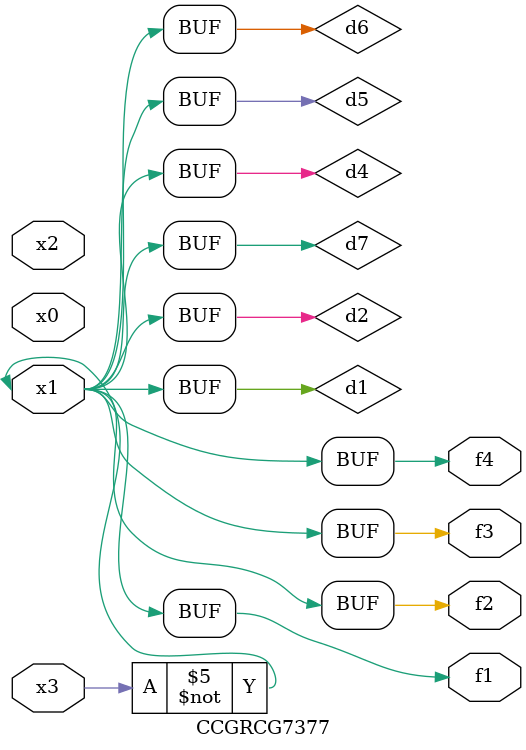
<source format=v>
module CCGRCG7377(
	input x0, x1, x2, x3,
	output f1, f2, f3, f4
);

	wire d1, d2, d3, d4, d5, d6, d7;

	not (d1, x3);
	buf (d2, x1);
	xnor (d3, d1, d2);
	nor (d4, d1);
	buf (d5, d1, d2);
	buf (d6, d4, d5);
	nand (d7, d4);
	assign f1 = d6;
	assign f2 = d7;
	assign f3 = d6;
	assign f4 = d6;
endmodule

</source>
